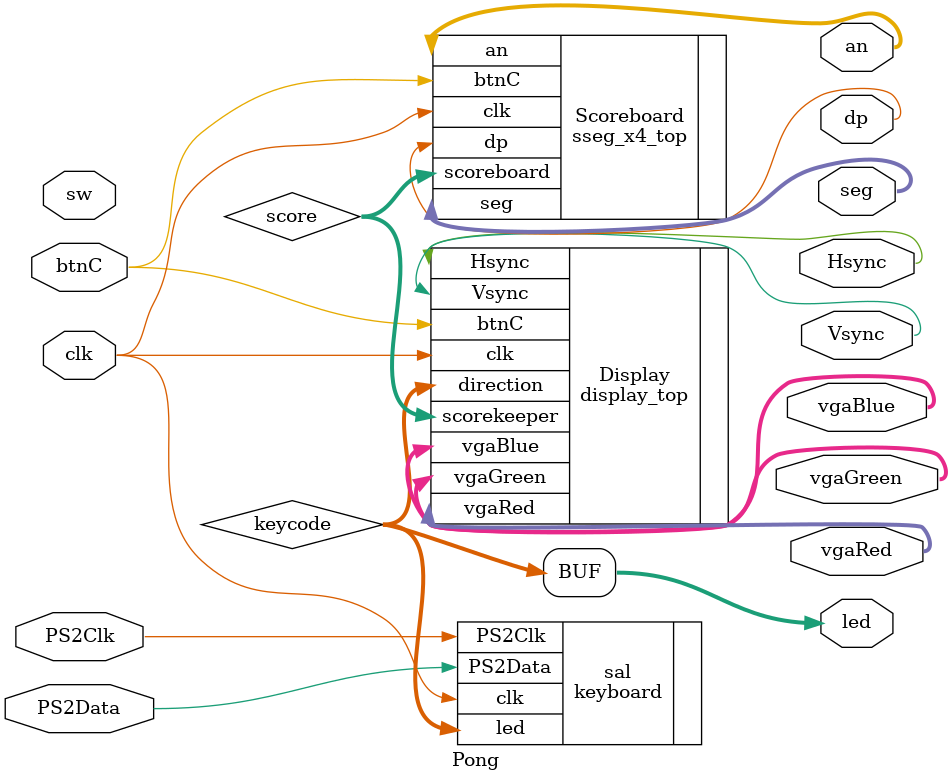
<source format=v>
`timescale 1ns / 1ps
module Pong(
    input clk,
    input btnC,
    input PS2Data,
    input PS2Clk,
    input [15:0] sw,
    output [3:0] led,
    output [3:0] vgaRed,
    output [3:0] vgaBlue,
    output [3:0] vgaGreen,
    output Hsync,
    output Vsync,
    output [6:0] seg,
    output [3:0] an,
    output dp
    );
   
    wire [3:0] keycode;
    reg p1 , p2; // temporary registers to hold values for the inputs of the game for the scoreboard
    wire gamestate;
    wire [7:0] score;

    sseg_x4_top Scoreboard(.btnC(btnC), .scoreboard(score), .clk(clk), .seg(seg), .an(an), .dp(dp));
    
    keyboard sal(.clk(clk), .PS2Data(PS2Data), .PS2Clk(PS2Clk), .led(keycode));
    
    display_top Display(.btnC(btnC), .clk(clk), .direction(keycode), .Vsync(Vsync), .Hsync(Hsync), .vgaRed(vgaRed), .vgaGreen(vgaGreen), .vgaBlue(vgaBlue), .scorekeeper(score)); //score is the scorebaord variable
    
    assign led = keycode;
endmodule


</source>
